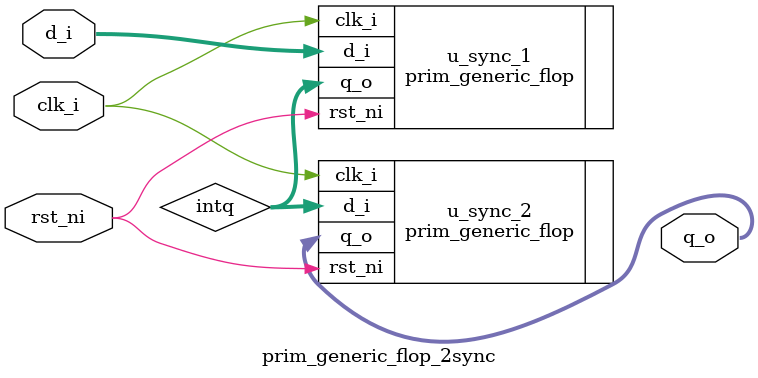
<source format=sv>

module prim_generic_flop_2sync #(
  parameter int               Width      = 16,
  parameter logic [Width-1:0] ResetValue = '0
) (
  input                    clk_i,
  input                    rst_ni,
  input        [Width-1:0] d_i,
  output logic [Width-1:0] q_o
);

  logic [Width-1:0] intq;

  prim_generic_flop #(
    .Width(Width),
    .ResetValue(ResetValue)
  ) u_sync_1 (
    .clk_i,
    .rst_ni,
    .d_i,
    .q_o(intq)
  );

  prim_generic_flop #(
    .Width(Width),
    .ResetValue(ResetValue)
  ) u_sync_2 (
    .clk_i,
    .rst_ni,
    .d_i(intq),
    .q_o
  );

endmodule

</source>
